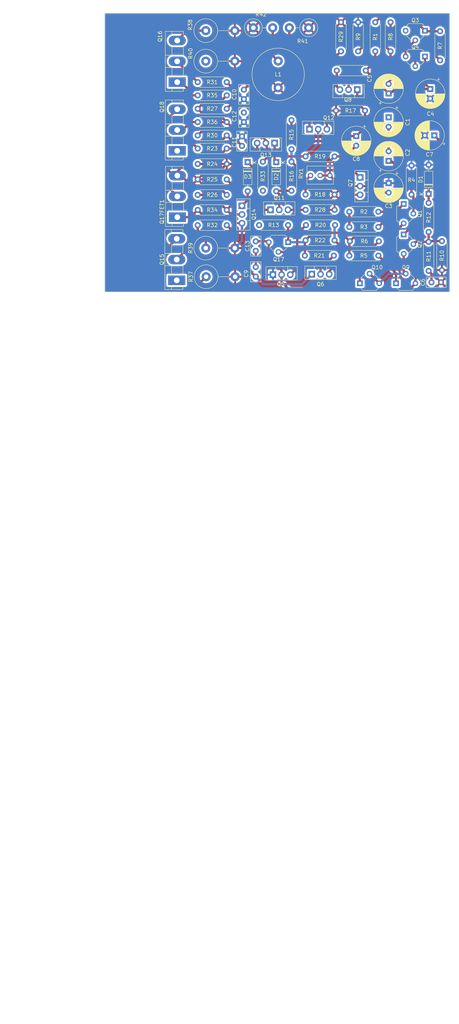
<source format=kicad_pcb>
(kicad_pcb (version 20240108) (generator "pcbnew") (generator_version "8.0")
  (layers (0 "F.Cu" signal) (31 "B.Cu" power) (34 "B.Paste" user) (35 "F.Paste" user) (36 "B.SilkS" user "B.Silkscreen") (37 "F.SilkS" user "F.Silkscreen") (38 "B.Mask" user) (39 "F.Mask" user) (44 "Edge.Cuts" user))
  (net 0 "")
  (net 1 "/INPUT")
  (net 2 "Net-(C1-Pad2)")
  (net 3 "Net-(Q1-B)")
  (net 4 "GND")
  (net 5 "/yellow")
  (net 6 "/blue")
  (net 7 "Net-(C5-Pad2)")
  (net 8 "/white")
  (net 9 "Net-(C6-Pad1)")
  (net 10 "Net-(D1-K)")
  (net 11 "Net-(Q6-C)")
  (net 12 "Net-(Q8-C)")
  (net 13 "Net-(C13-Pad2)")
  (net 14 "Net-(C10-Pad2)")
  (net 15 "Net-(Q1-C)")
  (net 16 "Net-(D2-A)")
  (net 17 "Net-(D2-K)")
  (net 18 "Net-(D3-K)")
  (net 19 "Net-(D3-A)")
  (net 20 "/OUT")
  (net 21 "Net-(Q5-E)")
  (net 22 "Net-(Q6-E)")
  (net 23 "Net-(Q7-C)")
  (net 24 "Net-(Q3-B)")
  (net 25 "Net-(Q8-E)")
  (net 26 "Net-(Q11-E)")
  (net 27 "Net-(Q11-C)")
  (net 28 "Net-(Q12-E)")
  (net 29 "Net-(Q12-C)")
  (net 30 "Net-(Q13-B)")
  (net 31 "Net-(Q14-B)")
  (net 32 "Net-(Q15-G)")
  (net 33 "Net-(Q15-S)")
  (net 34 "Net-(Q16-G)")
  (net 35 "Net-(Q16-S)")
  (net 36 "Net-(Q17FET1-D)")
  (net 37 "Net-(Q17FET1-G)")
  (net 38 "Net-(Q18-G)")
  (net 39 "Net-(Q18-D)")
  (net 40 "Net-(Q3-E)")
  (net 41 "Net-(Q1-E)")
  (net 42 "Net-(Q3-C)")
  (net 43 "Net-(Q9-E)")
  (net 44 "Net-(Q10-E)")
  (net 45 "Net-(Q4-B)")
  (net 46 "Net-(Q2-B)")
  (net 47 "Net-(R18-Pad2)")
  (net 48 "Net-(Q17-B)")
  (net 49 "Net-(Q10-B)")
  (net 50 "Net-(Q2-E)")
  (footprint "Resistor_THT:R_Axial_DIN0207_L6.3mm_D2.5mm_P7.62mm_Horizontal" (layer "F.Cu") (at 119.31 85 180)
    (property "Reference" "R17")
    (property "Value" "1K")
  )
  (footprint "Resistor_THT:R_Axial_DIN0207_L6.3mm_D2.5mm_P7.62mm_Horizontal" (layer "F.Cu") (at 115.19 115.5)
    (property "Reference" "R3")
    (property "Value" "100R")
  )
  (footprint "Package_TO_SOT_THT:TO-126-3_Vertical" (layer "F.Cu") (at 117.275 79.5 180)
    (property "Reference" "Q8")
    (property "Value" "2SB649")
  )
  (footprint "Resistor_THT:R_Axial_DIN0207_L6.3mm_D2.5mm_P7.62mm_Horizontal" (layer "F.Cu") (at 115.19 111.5)
    (property "Reference" "R2")
    (property "Value" "100R")
  )
  (footprint "Package_TO_SOT_THT:TO-92_Wide" (layer "F.Cu") (at 127.46 130.27)
    (property "Reference" "Q9")
    (property "Value" "2N5551")
  )
  (footprint "Package_TO_SOT_THT:TO-92_Wide" (layer "F.Cu") (at 129.46 109.46 -90)
    (property "Reference" "Q1")
    (property "Value" "2N5401")
  )
  (footprint "Package_TO_SOT_THT:TO-126-3_Vertical" (layer "F.Cu") (at 105.345 127.875)
    (property "Reference" "Q6")
    (property "Value" "2SD669")
  )
  (footprint "Resistor_THT:R_Axial_DIN0414_L11.9mm_D4.5mm_P5.08mm_Vertical" (layer "F.Cu") (at 89.985 63.28)
    (property "Reference" "R42")
    (property "Value" "10R")
  )
  (footprint "Resistor_THT:R_Axial_DIN0207_L6.3mm_D2.5mm_P7.62mm_Horizontal" (layer "F.Cu") (at 83 88 180)
    (property "Reference" "R36")
    (property "Value" "470R")
  )
  (footprint "Resistor_THT:R_Axial_DIN0207_L6.3mm_D2.5mm_P7.62mm_Horizontal" (layer "F.Cu") (at 75.38 91.5)
    (property "Reference" "R30")
    (property "Value" "100R")
  )
  (footprint "Package_TO_SOT_THT:TO-126-3_Vertical" (layer "F.Cu") (at 94.5 111)
    (property "Reference" "Q11")
    (property "Value" "2SD669")
  )
  (footprint "Capacitor_THT:CP_Radial_D7.5mm_P2.50mm" (layer "F.Cu") (at 136.427211 79.338606 -90)
    (property "Reference" "C4")
    (property "Value" "220u")
  )
  (footprint "Diode_THT:D_DO-35_SOD27_P7.62mm_Horizontal" (layer "F.Cu") (at 136 106.81 90)
    (property "Reference" "D1")
    (property "Value" "1N4148")
  )
  (footprint "Resistor_THT:R_Axial_DIN0207_L6.3mm_D2.5mm_P7.62mm_Horizontal" (layer "F.Cu") (at 100 98.38 -90)
    (property "Reference" "R16")
    (property "Value" "100R")
  )
  (footprint "Resistor_THT:R_Axial_DIN0207_L6.3mm_D2.5mm_P7.62mm_Horizontal" (layer "F.Cu") (at 111.31 97 180)
    (property "Reference" "R19")
    (property "Value" "100R")
  )
  (footprint "Capacitor_THT:C_Disc_D5.0mm_W2.5mm_P2.50mm" (layer "F.Cu") (at 87.5 88 90)
    (property "Reference" "C12")
    (property "Value" "0.1u")
  )
  (footprint "Resistor_THT:R_Axial_DIN0207_L6.3mm_D2.5mm_P7.62mm_Horizontal" (layer "F.Cu") (at 75.38 84.5)
    (property "Reference" "R27")
    (property "Value" "100R")
  )
  (footprint "Resistor_THT:R_Axial_DIN0207_L6.3mm_D2.5mm_P7.62mm_Horizontal" (layer "F.Cu") (at 126 61.83 -90)
    (property "Reference" "R8")
    (property "Value" "10K")
  )
  (footprint "Package_TO_SOT_THT:TO-126-3_Vertical" (layer "F.Cu") (at 87 109.94 -90)
    (property "Reference" "Q14")
    (property "Value" "2SB649")
  )
  (footprint "Resistor_THT:R_Axial_DIN0207_L6.3mm_D2.5mm_P7.62mm_Horizontal" (layer "F.Cu") (at 139.5 119.19 -90)
    (property "Reference" "R10")
    (property "Value" "10K")
  )
  (footprint "Inductor_THT:L_Radial_D13.5mm_P7.00mm_Fastron_09HCP" (layer "F.Cu") (at 96.5 79 90)
    (property "Reference" "L1")
    (property "Value" "1u")
  )
  (footprint "Resistor_THT:R_Axial_DIN0207_L6.3mm_D2.5mm_P7.62mm_Horizontal" (layer "F.Cu") (at 83 81 180)
    (property "Reference" "R35")
    (property "Value" "470R")
  )
  (footprint "Resistor_THT:R_Axial_DIN0207_L6.3mm_D2.5mm_P7.62mm_Horizontal" (layer "F.Cu") (at 83 115.03 180)
    (property "Reference" "R32")
    (property "Value" "470R")
  )
  (footprint "Capacitor_THT:C_Disc_D5.0mm_W2.5mm_P2.50mm" (layer "F.Cu") (at 90.62 126 -90)
    (property "Reference" "C9")
    (property "Value" "500p")
  )
  (footprint "Resistor_THT:R_Axial_DIN0207_L6.3mm_D2.5mm_P7.62mm_Horizontal" (layer "F.Cu") (at 119.5 74.5 180)
    (property "Reference" "R14" (hide yes))
    (property "Value" "100R")
  )
  (footprint "Resistor_THT:R_Axial_DIN0207_L6.3mm_D2.5mm_P7.62mm_Horizontal" (layer "F.Cu") (at 136 119.38 -90)
    (property "Reference" "R11")
    (property "Value" "330R")
  )
  (footprint "Potentiometer_THT:Potentiometer_Bourns_3266Y_Vertical" (layer "F.Cu") (at 105 102 180)
    (property "Reference" "RV1")
    (property "Value" "1K")
  )
  (footprint "Resistor_THT:R_Axial_DIN0207_L6.3mm_D2.5mm_P7.62mm_Horizontal" (layer "F.Cu") (at 131.5 107 90)
    (property "Reference" "R4")
    (property "Value" "10K")
  )
  (footprint "Resistor_THT:R_Axial_DIN0414_L11.9mm_D4.5mm_P5.08mm_Vertical" (layer "F.Cu") (at 104.515 63.28 180)
    (property "Reference" "R41")
    (property "Value" "10R")
  )
  (footprint "Capacitor_THT:CP_Radial_D7.5mm_P2.50mm" (layer "F.Cu") (at 117 91.677211 -90)
    (property "Reference" "C8")
    (property "Value" "47u")
  )
  (footprint "Resistor_THT:R_Axial_DIN0207_L6.3mm_D2.5mm_P7.62mm_Horizontal" (layer "F.Cu") (at 117.5 69.45 90)
    (property "Reference" "R9")
    (property "Value" "10K")
  )
  (footprint "Package_TO_SOT_THT:TO-3P-3_Vertical" (layer "F.Cu") (at 70 77.53 90)
    (property "Reference" "Q16")
    (property "Value" "2SJ162")
  )
  (footprint "Resistor_THT:R_Axial_DIN0207_L6.3mm_D2.5mm_P7.62mm_Horizontal" (layer "F.Cu") (at 99.12 115 180)
    (property "Reference" "R13")
    (property "Value" "1K")
  )
  (footprint "Package_TO_SOT_THT:TO-3P-3_Vertical" (layer "F.Cu") (at 70 95.53 90)
    (property "Reference" "Q18")
    (property "Value" "2SK1058")
  )
  (footprint "Capacitor_THT:CP_Radial_D7.5mm_P2.50mm" (layer "F.Cu") (at 137.5 91.5 180)
    (property "Reference" "C7")
    (property "Value" "220u")
  )
  (footprint "Resistor_THT:R_Axial_DIN0207_L6.3mm_D2.5mm_P7.62mm_Horizontal" (layer "F.Cu") (at 122 69.45 90)
    (property "Reference" "R1")
    (property "Value" "120R")
  )
  (footprint "Capacitor_THT:C_Disc_D5.0mm_W2.5mm_P2.50mm" (layer "F.Cu") (at 87 91.75 -90)
    (property "Reference" "C11")
    (property "Value" "0.1u")
  )
  (footprint "Resistor_THT:R_Axial_DIN0617_L17.0mm_D6.0mm_P7.62mm_Vertical" (layer "F.Cu") (at 77.5 121.03)
    (property "Reference" "R39")
    (property "Value" "0.22R")
  )
  (footprint "Diode_THT:D_DO-35_SOD27_P7.62mm_Horizontal" (layer "F.Cu") (at 96 98.5 -90)
    (property "Reference" "D2")
    (property "Value" "1N4148")
  )
  (footprint "Resistor_THT:R_Axial_DIN0207_L6.3mm_D2.5mm_P7.62mm_Horizontal" (layer "F.Cu") (at 75.38 98.98)
    (property "Reference" "R24")
    (property "Value" "150R")
  )
  (footprint "Resistor_THT:R_Axial_DIN0207_L6.3mm_D2.5mm_P7.62mm_Horizontal" (layer "F.Cu") (at 136 109.19 -90)
    (property "Reference" "R12")
    (property "Value" "330R")
  )
  (footprint "Capacitor_THT:C_Disc_D5.0mm_W2.5mm_P2.50mm" (layer "F.Cu") (at 136.75 130)
    (property "Reference" "C6")
    (property "Value" "15p")
  )
  (footprint "Capacitor_THT:CP_Radial_D7.5mm_P2.50mm" (layer "F.Cu") (at 125.5 104 -90)
    (property "Reference" "C3")
    (property "Value" "220u")
  )
  (footprint "Resistor_THT:R_Axial_DIN0207_L6.3mm_D2.5mm_P7.62mm_Horizontal" (layer "F.Cu") (at 139 64.19 -90)
    (property "Reference" "R7")
    (property "Value" "1K")
  )
  (footprint "Resistor_THT:R_Axial_DIN0207_L6.3mm_D2.5mm_P7.62mm_Horizontal" (layer "F.Cu") (at 111.31 107 180)
    (property "Reference" "R18")
    (property "Value" "220R")
  )
  (footprint "Capacitor_THT:CP_Radial_D7.5mm_P2.50mm" (layer "F.Cu") (at 125.5 86.750001 -90)
    (property "Reference" "C1")
    (property "Value" "22u")
  )
  (footprint "Resistor_THT:R_Axial_DIN0207_L6.3mm_D2.5mm_P7.62mm_Horizontal" (layer "F.Cu") (at 103.69 111)
    (property "Reference" "R28")
    (property "Value" "10R")
  )
  (footprint "Resistor_THT:R_Axial_DIN0207_L6.3mm_D2.5mm_P7.62mm_Horizontal" (layer "F.Cu") (at 113 61.83 -90)
    (property "Reference" "R29")
    (property "Value" "10R")
  )
  (footprint "Package_TO_SOT_THT:TO-92_Wide" (layer "F.Cu") (at 135.04 70.81 180)
    (property "Reference" "Q4")
    (property "Value" "2N5401")
  )
  (footprint "Diode_THT:D_DO-35_SOD27_P7.62mm_Horizontal" (layer "F.Cu") (at 88.5 98.5 -90)
    (property "Reference" "D3")
    (property "Value" "1N4148")
  )
  (footprint "Resistor_THT:R_Axial_DIN0617_L17.0mm_D6.0mm_P7.62mm_Vertical" (layer "F.Cu") (at 77.5 72.03)
    (property "Reference" "R40")
    (property "Value" "0.22R")
  )
  (footprint "Resistor_THT:R_Axial_DIN0207_L6.3mm_D2.5mm_P7.62mm_Horizontal" (layer "F.Cu") (at 75.38 111.03)
    (property "Reference" "R34")
    (property "Value" "270R")
  )
  (footprint "Package_TO_SOT_THT:TO-3P-3_Vertical" (layer "F.Cu") (at 70.04 112.93 90)
    (property "Reference" "Q17FET1")
    (property "Value" "2SK1058")
  )
  (footprint "Resistor_THT:R_Axial_DIN0617_L17.0mm_D6.0mm_P7.62mm_Vertical" (layer "F.Cu") (at 77.5 64.03)
    (property "Reference" "R38")
    (property "Value" "0.22R")
  )
  (footprint "Resistor_THT:R_Axial_DIN0207_L6.3mm_D2.5mm_P7.62mm_Horizontal" (layer "F.Cu") (at 75.38 103.03)
    (property "Reference" "R25")
    (property "Value" "150R")
  )
  (footprint "Package_TO_SOT_THT:TO-92_Wide" (layer "F.Cu") (at 135.04 64.04 180)
    (property "Reference" "Q3")
    (property "Value" "2N5401")
  )
  (footprint "Resistor_THT:R_Axial_DIN0207_L6.3mm_D2.5mm_P7.62mm_Horizontal" (layer "F.Cu") (at 83 77.53 180)
    (property "Reference" "R31")
    (property "Value" "470R")
  )
  (footprint "Package_TO_SOT_THT:TO-126-3_Vertical" (layer "F.Cu") (at 104.725 89.875)
    (property "Reference" "Q12")
    (property "Value" "2SB649")
  )
  (footprint "Resistor_THT:R_Axial_DIN0207_L6.3mm_D2.5mm_P7.62mm_Horizontal" (layer "F.Cu") (at 111.31 119 180)
    (property "Reference" "R22")
    (property "Value" "47R")
  )
  (footprint "Resistor_THT:R_Axial_DIN0207_L6.3mm_D2.5mm_P7.62mm_Horizontal" (layer "F.Cu") (at 122.94 119.25 180)
    (property "Reference" "R6")
    (property "Value" "33R")
  )
  (footprint "Resistor_THT:R_Axial_DIN0207_L6.3mm_D2.5mm_P7.62mm_Horizontal" (layer "F.Cu") (at 111.12 123 180)
    (property "Reference" "R21")
    (property "Value" "1K")
  )
  (footprint "Package_TO_SOT_THT:TO-3P-3_Vertical" (layer "F.Cu") (at 69.875 129.48 90)
    (property "Reference" "Q15")
    (property "Value" "2SJ162")
  )
  (footprint "Resistor_THT:R_Axial_DIN0207_L6.3mm_D2.5mm_P7.62mm_Horizontal" (layer "F.Cu") (at 122.81 123 180)
    (property "Reference" "R5")
    (property "Value" "33R")
  )
  (footprint "Capacitor_THT:C_Disc_D5.0mm_W2.5mm_P2.50mm" (layer "F.Cu") (at 87.5 82 90)
    (property "Reference" "C10")
    (property "Value" "0.1u")
  )
  (footprint "Package_TO_SOT_THT:TO-92_Wide" (layer "F.Cu") (at 99.12 119.5 180)
    (property "Reference" "Q17")
    (property "Value" "2N5551")
  )
  (footprint "Resistor_THT:R_Axial_DIN0207_L6.3mm_D2.5mm_P7.62mm_Horizontal" (layer "F.Cu") (at 75.38 107.08)
    (property "Reference" "R26")
    (property "Value" "15K")
  )
  (footprint "Capacitor_THT:CP_Radial_D7.5mm_P2.50mm" (layer "F.Cu") (at 125.5 80.5 90)
    (property "Reference" "C5")
    (property "Value" "47u")
  )
  (footprint "Package_TO_SOT_THT:TO-92_Wide" (layer "F.Cu") (at 129.46 117.46 -90)
    (property "Reference" "Q2")
    (property "Value" "2N5401")
  )
  (footprint "Package_TO_SOT_THT:TO-126-3_Vertical" (layer "F.Cu") (at 118 102.5 -90)
    (property "Reference" "Q7")
    (property "Value" "2SD669")
  )
  (footprint "Resistor_THT:R_Axial_DIN0207_L6.3mm_D2.5mm_P7.62mm_Horizontal" (layer "F.Cu") (at 103.81 115)
    (property "Reference" "R20")
    (property "Value" "1K")
  )
  (footprint "Package_TO_SOT_THT:TO-126-3_Vertical" (layer "F.Cu") (at 95.12 128)
    (property "Reference" "Q5")
    (property "Value" "2SD669")
  )
  (footprint "Resistor_THT:R_Axial_DIN0207_L6.3mm_D2.5mm_P7.62mm_Horizontal" (layer "F.Cu") (at 92.5 106 90)
    (property "Reference" "R33")
    (property "Value" "270R" (hide yes))
  )
  (footprint "Package_TO_SOT_THT:TO-126-3_Vertical" (layer "F.Cu") (at 95.56 93.5 180)
    (property "Reference" "Q13")
    (property "Value" "2SD669")
  )
  (footprint "Resistor_THT:R_Axial_DIN0617_L17.0mm_D6.0mm_P7.62mm_Vertical" (layer "F.Cu") (at 77.59 128.53)
    (property "Reference" "R37")
    (property "Value" "0.22R")
  )
  (footprint "Package_TO_SOT_THT:TO-92_Wide" (layer "F.Cu") (at 117.96 130.27)
    (property "Reference" "Q10")
    (property "Value" "2N5551")
  )
  (footprint "Capacitor_THT:C_Disc_D5.0mm_W2.5mm_P2.50mm" (layer "F.Cu") (at 90.62 119.25 -90)
    (property "Reference" "C13")
    (property "Value" "100p")
  )
  (footprint "Capacitor_THT:CP_Radial_D7.5mm_P2.50mm" (layer "F.Cu") (at 125.5 98.161395 90)
    (property "Reference" "C2")
    (property "Value" "22u")
  )
  (footprint "Resistor_THT:R_Axial_DIN0207_L6.3mm_D2.5mm_P7.62mm_Horizontal" (layer "F.Cu") (at 100 87.5 -90)
    (property "Reference" "R15")
    (property "Value" "15R")
  )
  (footprint "Resistor_THT:R_Axial_DIN0207_L6.3mm_D2.5mm_P7.62mm_Horizontal" (layer "F.Cu") (at 75.38 94.93)
    (property "Reference" "R23")
    (property "Value" "15K")
  )
  (gr_rect (start 51 59.5) (end 141.5 132.5) (stroke (width 0.1)) (fill none) (layer "Edge.Cuts"))
  (segment (start 125.5 95.661395) (end 125.5 89.250001) (width 0.6) (layer "F.Cu") (net 2))
  (segment (start 132 107.5) (end 131.5 107) (width 0.6) (layer "F.Cu") (net 3))
  (segment (start 126.161395 98.161395) (end 131.5 103.5) (width 0.6) (layer "F.Cu") (net 3))
  (segment (start 132 112) (end 132 107.5) (width 0.6) (layer "F.Cu") (net 3))
  (segment (start 125.5 98.161395) (end 126.161395 98.161395) (width 0.6) (layer "F.Cu") (net 3))
  (segment (start 131.5 103.5) (end 131.5 107) (width 0.6) (layer "F.Cu") (net 3))
  (segment (start 118.5 116.07) (end 118.5 112) (width 0.6) (layer "F.Cu") (net 5))
  (segment (start 80.92 105) (end 74 105) (width 0.6) (layer "F.Cu") (net 5))
  (segment (start 115.19 123) (end 115.19 119.38) (width 0.6) (layer "F.Cu") (net 5))
  (segment (start 74 97) (end 70.04 100.96) (width 0.6) (layer "F.Cu") (net 5))
  (segment (start 70.04 100.96) (end 70.04 102.03) (width 0.6) (layer "F.Cu") (net 5))
  (segment (start 103.5 119.19) (end 103.69 119) (width 0.6) (layer "F.Cu") (net 5))
  (segment (start 113.07 117) (end 105.69 117) (width 0.6) (layer "F.Cu") (net 5))
  (segment (start 124 106.5) (end 125.5 106.5) (width 0.6) (layer "F.Cu") (net 5))
  (segment (start 74 105) (end 71.03 102.03) (width 0.6) (layer "F.Cu") (net 5))
  (segment (start 99.12 119.5) (end 99.12 115) (width 0.6) (layer "F.Cu") (net 5))
  (segment (start 83 91.5) (end 77.5 97) (width 0.6) (layer "F.Cu") (net 5))
  (segment (start 77.5 97) (end 74 97) (width 0.6) (layer "F.Cu") (net 5))
  (segment (start 105.69 117) (end 103.69 119) (width 0.6) (layer "F.Cu") (net 5))
  (segment (start 115.32 119.25) (end 118.5 116.07) (width 0.6) (layer "F.Cu") (net 5))
  (segment (start 84.5 93) (end 85.75 93) (width 0.6) (layer "F.Cu") (net 5))
  (segment (start 118.5 112) (end 124 106.5) (width 0.6) (layer "F.Cu") (net 5))
  (segment (start 83 91.5) (end 84.5 93) (width 0.6) (layer "F.Cu") (net 5))
  (segment (start 115.19 119.38) (end 115.32 119.25) (width 0.6) (layer "F.Cu") (net 5))
  (segment (start 69.04 102.03) (end 66.8 99.79) (width 0.6) (layer "F.Cu") (net 5))
  (segment (start 66.8 87.83) (end 70 84.63) (width 0.6) (layer "F.Cu") (net 5))
  (segment (start 70.04 102.03) (end 69.04 102.03) (width 0.6) (layer "F.Cu") (net 5))
  (segment (start 83 107.08) (end 80.92 105) (width 0.6) (layer "F.Cu") (net 5))
  (segment (start 115.32 119.25) (end 113.07 117) (width 0.6) (layer "F.Cu") (net 5))
  (segment (start 103.5 123) (end 103.5 119.19) (width 0.6) (layer "F.Cu") (net 5))
  (segment (start 71.03 102.03) (end 70.04 102.03) (width 0.6) (layer "F.Cu") (net 5))
  (segment (start 85.75 93) (end 87 94.25) (width 0.6) (layer "F.Cu") (net 5))
  (segment (start 66.8 99.79) (end 66.8 87.83) (width 0.6) (layer "F.Cu") (net 5))
  (segment (start 99.12 119.5) (end 103.19 119.5) (width 0.6) (layer "B.Cu") (net 5))
  (segment (start 103.19 119.5) (end 103.69 119) (width 0.6) (layer "B.Cu") (net 5))
  (segment (start 73.5 91.011371) (end 74.511371 90) (width 0.6) (layer "F.Cu") (net 6))
  (segment (start 125.5 80.5) (end 126 80.5) (width 0.6) (layer "F.Cu") (net 6))
  (segment (start 73 79.5) (end 71.03 77.53) (width 0.6) (layer "F.Cu") (net 6))
  (segment (start 74.08 93.63) (end 74.08 93.58) (width 0.6) (layer "F.Cu") (net 6))
  (segment (start 74.511371 90) (end 75.5 90) (width 0.6) (layer "F.Cu") (net 6))
  (segment (start 71.03 77.53) (end 70 77.53) (width 0.6) (layer "F.Cu") (net 6))
  (segment (start 122 69.45) (end 122 72) (width 0.6) (layer "F.Cu") (net 6))
  (segment (start 119.5 74.5) (end 125.5 80.5) (width 0.6) (layer "F.Cu") (net 6))
  (segment (start 75.38 84.5) (end 77.5 82.38) (width 0.6) (layer "F.Cu") (net 6))
  (segment (start 135.04 77.951395) (end 136.427211 79.338606) (width 0.6) (layer "F.Cu") (net 6))
  (segment (start 122 72) (end 119.5 74.5) (width 0.6) (layer "F.Cu") (net 6))
  (segment (start 77.179999 88.320001) (end 77.179999 86.299999) (width 0.6) (layer "F.Cu") (net 6))
  (segment (start 77.5 82.38) (end 77.5 80.5) (width 0.6) (layer "F.Cu") (net 6))
  (segment (start 126 80.5) (end 127.161394 79.338606) (width 0.6) (layer "F.Cu") (net 6))
  (segment (start 135.04 70.81) (end 135.04 77.951395) (width 0.6) (layer "F.Cu") (net 6))
  (segment (start 75.38 84.5) (end 77.179999 86.299999) (width 0.6) (layer "F.Cu") (net 6))
  (segment (start 75.38 94.93) (end 74.08 93.63) (width 0.6) (layer "F.Cu") (net 6))
  (segment (start 74.08 93.58) (end 73.5 93) (width 0.6) (layer "F.Cu") (net 6))
  (segment (start 76.5 79.5) (end 73 79.5) (width 0.6) (layer "F.Cu") (net 6))
  (segment (start 77.5 80.5) (end 76.5 79.5) (width 0.6) (layer "F.Cu") (net 6))
  (segment (start 75.5 90) (end 77.179999 88.320001) (width 0.6) (layer "F.Cu") (net 6))
  (segment (start 73.5 93) (end 73.5 91.011371) (width 0.6) (layer "F.Cu") (net 6))
  (segment (start 127.161394 79.338606) (end 136.427211 79.338606) (width 0.6) (layer "F.Cu") (net 6))
  (segment (start 125.5 77.5) (end 126 77) (width 0.6) (layer "F.Cu") (net 7))
  (segment (start 125.5 78) (end 125.5 77.5) (width 0.6) (layer "F.Cu") (net 7))
  (segment (start 124 67.5) (end 119.45 67.5) (width 0.6) (layer "F.Cu") (net 7))
  (segment (start 126 69.45) (end 124.55 68) (width 0.6) (layer "F.Cu") (net 7))
  (segment (start 124.55 68) (end 124.5 68) (width 0.6) (layer "F.Cu") (net 7))
  (segment (start 124.5 68) (end 124 67.5) (width 0.6) (layer "F.Cu") (net 7))
  (segment (start 126 77) (end 126 69.45) (width 0.6) (layer "F.Cu") (net 7))
  (segment (start 119.45 67.5) (end 117.5 69.45) (width 0.6) (layer "F.Cu") (net 7))
  (segment (start 89 97) (end 91 95) (width 0.6) (layer "F.Cu") (net 8))
  (segment (start 86 97) (end 89 97) (width 0.6) (layer "F.Cu") (net 8))
  (segment (start 91 95) (end 91 93.5) (width 0.6) (layer "F.Cu") (net 8))
  (segment (start 75.38 103.03) (end 78.95 103.03) (width 0.6) (layer "F.Cu") (net 8))
  (segment (start 78.95 103.03) (end 83 98.98) (width 0.6) (layer "F.Cu") (net 8))
  (segment (start 83 98.98) (end 86 98.98) (width 0.6) (layer "F.Cu") (net 8))
  (segment (start 86 98.98) (end 86 97) (width 0.6) (layer "F.Cu") (net 8))
  (segment (start 87 119.15) (end 85.12 121.03) (width 0.6) (layer "B.Cu") (net 8))
  (segment (start 87 114.5) (end 87 119.15) (width 0.6) (layer "B.Cu") (net 8))
  (segment (start 136.75 127.75) (end 136 127) (width 0.6) (layer "F.Cu") (net 9))
  (segment (start 136.75 130) (end 136.75 127.75) (width 0.6) (layer "F.Cu") (net 9))
  (segment (start 138.5 102) (end 138.5 92.5) (width 0.6) (layer "F.Cu") (net 10))
  (segment (start 136 104.5) (end 138.5 102) (width 0.6) (layer "F.Cu") (net 10))
  (segment (start 136 106.81) (end 136 104.5) (width 0.6) (layer "F.Cu") (net 10))
  (segment (start 138.5 92.5) (end 137.5 91.5) (width 0.6) (layer "F.Cu") (net 10))
  (segment (start 136 109.19) (end 136 106.81) (width 0.6) (layer "F.Cu") (net 10))
  (segment (start 92.108478 117) (end 90 117) (width 0.6) (layer "F.Cu") (net 11))
  (segment (start 90 117) (end 89 118) (width 0.6) (layer "F.Cu") (net 11))
  (segment (start 113.5 111.5) (end 112 113) (width 0.6) (layer "F.Cu") (net 11))
  (segment (start 118 107.06) (end 115.14 107.06) (width 0.6) (layer "F.Cu") (net 11))
  (segment (start 114.94 107.06) (end 113.5 108.5) (width 0.6) (layer "F.Cu") (net 11))
  (segment (start 114.177211 97) (end 117 94.177211) (width 0.6) (layer "F.Cu") (net 11))
  (segment (start 89 126.94) (end 90.56 128.5) (width 0.6) (layer "F.Cu") (net 11))
  (segment (start 115.14 107.06) (end 110.08 102) (width 0.6) (layer "F.Cu") (net 11))
  (segment (start 118 107.06) (end 114.94 107.06) (width 0.6) (layer "F.Cu") (net 11))
  (segment (start 107.54 102) (end 110.08 102) (width 0.6) (layer "F.Cu") (net 11))
  (segment (start 96.108478 113) (end 92.108478 117) (width 0.6) (layer "F.Cu") (net 11))
  (segment (start 111.31 97) (end 114.177211 97) (width 0.6) (layer "F.Cu") (net 11))
  (segment (start 90.56 128.5) (end 90.62 128.5) (width 0.6) (layer "F.Cu") (net 11))
  (segment (start 113.5 108.5) (end 113.5 111.5) (width 0.6) (layer "F.Cu") (net 11))
  (segment (start 89 118) (end 89 126.94) (width 0.6) (layer "F.Cu") (net 11))
  (segment (start 105.125 127.875) (end 105.345 127.875) (width 0.6) (layer "F.Cu") (net 11))
  (segment (start 112 113) (end 96.108478 113) (width 0.6) (layer "F.Cu") (net 11))
  (segment (start 90.62 128.5) (end 92.62 130.5) (width 0.6) (layer "B.Cu") (net 11))
  (segment (start 92.62 130.5) (end 102.72 130.5) (width 0.6) (layer "B.Cu") (net 11))
  (segment (start 110.08 98.23) (end 111.31 97) (width 0.6) (layer "B.Cu") (net 11))
  (segment (start 102.72 130.5) (end 105.345 127.875) (width 0.6) (layer "B.Cu") (net 11))
  (segment (start 110.08 102) (end 110.08 98.23) (width 0.6) (layer "B.Cu") (net 11))
  (segment (start 100 90.5) (end 102.5 93) (width 0.6) (layer "F.Cu") (net 12))
  (segment (start 117.275 82.965) (end 119.31 85) (width 0.6) (layer "F.Cu") (net 12))
  (segment (start 117.275 79.5) (end 117.275 82.965) (width 0.6) (layer "F.Cu") (net 12))
  (segment (start 102.5 93) (end 110 93) (width 0.6) (layer "F.Cu") (net 12))
  (segment (start 110 93) (end 111.322789 91.677211) (width 0.6) (layer "F.Cu") (net 12))
  (segment (start 111.322789 91.677211) (end 117 91.677211) (width 0.6) (layer "F.Cu") (net 12))
  (segment (start 119.31 85) (end 119.31 89.367211) (width 0.6) (layer "F.Cu") (net 12))
  (segment (start 119.31 89.367211) (end 117 91.677211) (width 0.6) (layer "F.Cu") (net 12))
  (segment (start 100 87.5) (end 100 90.5) (width 0.6) (layer "F.Cu") (net 12))
  (segment (start 90.62 121.75) (end 90.62 126) (width 0.6) (layer "F.Cu") (net 13))
  (segment (start 99.435 74.565) (end 99.435 63.28) (width 0.6) (layer "F.Cu") (net 14))
  (segment (start 98.5 75.5) (end 99.435 74.565) (width 0.6) (layer "F.Cu") (net 14))
  (segment (start 91.5 75.5) (end 98.5 75.5) (width 0.6) (layer "F.Cu") (net 14))
  (segment (start 87.5 79.5) (end 91.5 75.5) (width 0.6) (layer "F.Cu") (net 14))
  (segment (start 127.5 116.5) (end 127.5 118.5) (width 0.6) (layer "F.Cu") (net 15))
  (segment (start 90.62 119.25) (end 93.79 119.25) (width 0.6) (layer "F.Cu") (net 15))
  (segment (start 93.79 119.25) (end 94.04 119.5) (width 0.6) (layer "F.Cu") (net 15))
  (segment (start 129.46 114.539999) (end 128.21 115.789999) (width 0.6) (layer "F.Cu") (net 15))
  (segment (start 97.4 128) (end 97.4 129.9) (width 0.6) (layer "F.Cu") (net 15))
  (segment (start 94.04 123.54) (end 94.04 119.5) (width 0.6) (layer "F.Cu") (net 15))
  (segment (start 132.54 123.54) (end 132.54 130.27) (width 0.6) (layer "F.Cu") (net 15))
  (segment (start 97.4 128) (end 97.4 126.9) (width 0.6) (layer "F.Cu") (net 15))
  (segment (start 127.5 118.5) (end 132.54 123.54) (width 0.6) (layer "F.Cu") (net 15))
  (segment (start 97.4 126.9) (end 94.04 123.54) (width 0.6) (layer "F.Cu") (net 15))
  (segment (start 97.4 129.9) (end 99.5 132) (width 0.6) (layer "F.Cu") (net 15))
  (segment (start 99.5 132) (end 130.81 132) (width 0.6) (layer "F.Cu") (net 15))
  (segment (start 128.21 115.789999) (end 128.21 115.79) (width 0.6) (layer "F.Cu") (net 15))
  (segment (start 128.21 115.79) (end 127.5 116.5) (width 0.6) (layer "F.Cu") (net 15))
  (segment (start 130.81 132) (end 132.54 130.27) (width 0.6) (layer "F.Cu") (net 15))
  (segment (start 96.12 106) (end 96 106.12) (width 0.6) (layer "F.Cu") (net 16))
  (segment (start 96.78 106.9) (end 96 106.12) (width 0.6) (layer "F.Cu") (net 16))
  (segment (start 100 106) (end 96.12 106) (width 0.6) (layer "F.Cu") (net 16))
  (segment (start 96.78 111) (end 96.78 106.9) (width 0.6) (layer "F.Cu") (net 16))
  (segment (start 95.56 98.06) (end 95.56 93.5) (width 0.6) (layer "F.Cu") (net 17))
  (segment (start 96 98.5) (end 95.56 98.06) (width 0.6) (layer "F.Cu") (net 17))
  (segment (start 98 100.5) (end 98 97.5) (width 0.6) (layer "F.Cu") (net 18))
  (segment (start 97 101.5) (end 98 100.5) (width 0.6) (layer "F.Cu") (net 18))
  (segment (start 98.5 97) (end 103.69 97) (width 0.6) (layer "F.Cu") (net 18))
  (segment (start 88.5 98.5) (end 91.5 101.5) (width 0.6) (layer "F.Cu") (net 18))
  (segment (start 91.5 101.5) (end 97 101.5) (width 0.6) (layer "F.Cu") (net 18))
  (segment (start 98 97.5) (end 98.5 97) (width 0.6) (layer "F.Cu") (net 18))
  (segment (start 107.005 93.685) (end 107.005 89.875) (width 0.6) (layer "B.Cu") (net 18))
  (segment (start 103.69 97) (end 107.005 93.685) (width 0.6) (layer "B.Cu") (net 18))
  (segment (start 88.5 108.44) (end 87 109.94) (width 0.6) (layer "F.Cu") (net 19))
  (segment (start 88.5 106.12) (end 88.5 108.44) (width 0.6) (layer "F.Cu") (net 19))
  (segment (start 95.065 63.28) (end 95.065 70.565) (width 0.6) (layer "F.Cu") (net 20))
  (segment (start 95.065 70.565) (end 96.5 72) (width 0.6) (layer "F.Cu") (net 20))
  (segment (start 102.68 125) (end 107.5 125) (width 0.6) (layer "F.Cu") (net 21))
  (segment (start 107.5 125) (end 109.12 125) (width 0.6) (layer "F.Cu") (net 21))
  (segment (start 107.625 127.875) (end 107.625 125.125) (width 0.6) (layer "F.Cu") (net 21))
  (segment (start 107.625 125.125) (end 107.5 125) (width 0.6) (layer "F.Cu") (net 21))
  (segment (start 109.12 125) (end 111.12 123) (width 0.6) (layer "F.Cu") (net 21))
  (segment (start 99.68 128) (end 102.68 125) (width 0.6) (layer "F.Cu") (net 21))
  (segment (start 109.905 127.875) (end 109.905 127.095) (width 0.6) (layer "F.Cu") (net 22))
  (segment (start 109.905 127.095) (end 113 124) (width 0.6) (layer "F.Cu") (net 22))
  (segment (start 111.31 115.12) (end 111.43 115) (width 0.6) (layer "F.Cu") (net 22))
  (segment (start 113 124) (end 113 120.69) (width 0.6) (layer "F.Cu") (net 22))
  (segment (start 113 120.69) (end 111.31 119) (width 0.6) (layer "F.Cu") (net 22))
  (segment (start 111.31 119) (end 111.31 115.12) (width 0.6) (layer "B.Cu") (net 22))
  (segment (start 100 98.38) (end 101.12 99.5) (width 0.6) (layer "F.Cu") (net 23))
  (segment (start 101.12 99.5) (end 115 99.5) (width 0.6) (layer "F.Cu") (net 23))
  (segment (start 115 99.5) (end 118 102.5) (width 0.6) (layer "F.Cu") (net 23))
  (segment (start 100 98.38) (end 100 95.12) (width 0.6) (layer "B.Cu") (net 23))
  (segment (start 114.995 79.5) (end 114.995 70.116522) (width 0.6) (layer "F.Cu") (net 24))
  (segment (start 129.96 69.12) (end 132.5 66.58) (width 0.6) (layer "F.Cu") (net 24))
  (segment (start 115 69) (end 118.84 65.16) (width 0.6) (layer "F.Cu") (net 24))
  (segment (start 129.96 70.81) (end 129.96 69.12) (width 0.6) (layer "F.Cu") (net 24))
  (segment (start 118.84 65.16) (end 126 65.16) (width 0.6) (layer "F.Cu") (net 24))
  (segment (start 126 65.16) (end 129.96 69.12) (width 0.6) (layer "F.Cu") (net 24))
  (segment (start 114.995 70.116522) (end 115 70.111522) (width 0.6) (layer "F.Cu") (net 24))
  (segment (start 115 70.111522) (end 115 69) (width 0.6) (layer "F.Cu") (net 24))
  (segment (start 126 61.83) (end 126 65.16) (width 0.6) (layer "F.Cu") (net 24))
  (segment (start 111.88 78.665) (end 112.715 79.5) (width 0.6) (layer "F.Cu") (net 25))
  (segment (start 111.88 74.5) (end 111.88 78.665) (width 0.6) (layer "F.Cu") (net 25))
  (segment (start 99.06 111) (end 103.69 111) (width 0.6) (layer "F.Cu") (net 26))
  (segment (start 84.5 83) (end 84.5 79.03) (width 0.6) (layer "F.Cu") (net 27))
  (segment (start 84.5 79.03) (end 83 77.53) (width 0.6) (layer "F.Cu") (net 27))
  (segment (start 83.825 115.855) (end 83.855 115.855) (width 0.6) (layer "F.Cu") (net 27))
  (segment (start 93 111) (end 94.5 111) (width 0.6) (layer "F.Cu") (net 27))
  (segment (start 83 84.5) (end 84.5 83) (width 0.6) (layer "F.Cu") (net 27))
  (segment (start 84.5 116.5) (end 87.5 116.5) (width 0.6) (layer "F.Cu") (net 27))
  (segment (start 87.5 116.5) (end 93 111) (width 0.6) (layer "F.Cu") (net 27))
  (segment (start 83 115.03) (end 83.825 115.855) (width 0.6) (layer "F.Cu") (net 27))
  (segment (start 83.855 115.855) (end 84.5 116.5) (width 0.6) (layer "F.Cu") (net 27))
  (segment (start 109.285 73.165) (end 113 69.45) (width 0.6) (layer "F.Cu") (net 28))
  (segment (start 109.285 89.875) (end 109.285 73.165) (width 0.6) (layer "F.Cu") (net 28))
  (segment (start 104.725 89.875) (end 104.725 88.225) (width 0.6) (layer "F.Cu") (net 29))
  (segment (start 81 86) (end 81 83) (width 0.6) (layer "F.Cu") (net 29))
  (segment (start 81 83) (end 83 81) (width 0.6) (layer "F.Cu") (net 29))
  (segment (start 88.919239 90) (end 85 90) (width 0.6) (layer "F.Cu") (net 29))
  (segment (start 104.725 88.225) (end 101.5 85) (width 0.6) (layer "F.Cu") (net 29))
  (segment (start 93.919239 85) (end 88.919239 90) (width 0.6) (layer "F.Cu") (net 29))
  (segment (start 78.88 88) (end 79.5 88) (width 0.6) (layer "F.Cu") (net 29))
  (segment (start 75.38 91.5) (end 78.88 88) (width 0.6) (layer "F.Cu") (net 29))
  (segment (start 79.5 88) (end 83 88) (width 0.6) (layer "F.Cu") (net 29))
  (segment (start 78.85 88) (end 79.5 88) (width 0.6) (layer "F.Cu") (net 29))
  (segment (start 85 90) (end 83 88) (width 0.6) (layer "F.Cu") (net 29))
  (segment (start 83 88) (end 81 86) (width 0.6) (layer "F.Cu") (net 29))
  (segment (start 101.5 85) (end 93.919239 85) (width 0.6) (layer "F.Cu") (net 29))
  (segment (start 83 88) (end 82.5 88) (width 0.6) (layer "B.Cu") (net 29))
  (segment (start 93.5 94.28) (end 93 93.78) (width 0.6) (layer "F.Cu") (net 30))
  (segment (start 92.5 98.38) (end 92.56 98.32) (width 0.6) (layer "F.Cu") (net 30))
  (segment (start 84.43 94.93) (end 85.5 96) (width 0.6) (layer "F.Cu") (net 30))
  (segment (start 93.28 93.5) (end 93.28 92.78) (width 0.6) (layer "F.Cu") (net 30))
  (segment (start 92.5 92) (end 89 92) (width 0.6) (layer "F.Cu") (net 30))
  (segment (start 92.5 98.38) (end 93.5 97.38) (width 0.6) (layer "F.Cu") (net 30))
  (segment (start 89 95) (end 89 92) (width 0.6) (layer "F.Cu") (net 30))
  (segment (start 93.28 92.78) (end 92.5 92) (width 0.6) (layer "F.Cu") (net 30))
  (segment (start 85.5 96) (end 88 96) (width 0.6) (layer "F.Cu") (net 30))
  (segment (start 75.38 98.98) (end 78.95 98.98) (width 0.6) (layer "F.Cu") (net 30))
  (segment (start 83 94.93) (end 84.43 94.93) (width 0.6) (layer "F.Cu") (net 30))
  (segment (start 93.5 97.38) (end 93.5 94.28) (width 0.6) (layer "F.Cu") (net 30))
  (segment (start 88 96) (end 89 95) (width 0.6) (layer "F.Cu") (net 30))
  (segment (start 78.95 98.98) (end 83 94.93) (width 0.6) (layer "F.Cu") (net 30))
  (segment (start 93 93.78) (end 93.28 93.5) (width 0.6) (layer "B.Cu") (net 30))
  (segment (start 79.05 107.08) (end 83 111.03) (width 0.6) (layer "F.Cu") (net 31))
  (segment (start 83 111.03) (end 85 109.03) (width 0.6) (layer "F.Cu") (net 31))
  (segment (start 85 109.03) (end 85 105.03) (width 0.6) (layer "F.Cu") (net 31))
  (segment (start 78.95 107.08) (end 75.38 107.08) (width 0.6) (layer "F.Cu") (net 31))
  (segment (start 75.38 107.08) (end 79.05 107.08) (width 0.6) (layer "F.Cu") (net 31))
  (segment (start 83 111.03) (end 84.19 112.22) (width 0.6) (layer "F.Cu") (net 31))
  (segment (start 85 105.03) (end 83 103.03) (width 0.6) (layer "F.Cu") (net 31))
  (segment (start 84.19 112.22) (end 87 112.22) (width 0.6) (layer "F.Cu") (net 31))
  (segment (start 75.38 115.03) (end 75.38 118.525) (width 0.6) (layer "F.Cu") (net 32))
  (segment (start 75.38 118.525) (end 69.875 124.03) (width 0.6) (layer "F.Cu") (net 32))
  (segment (start 69.875 118.58) (end 66 122.455) (width 0.6) (layer "F.Cu") (net 33))
  (segment (start 66 131) (end 67.2 132.2) (width 0.6) (layer "F.Cu") (net 33))
  (segment (start 73.92 132.2) (end 77.59 128.53) (width 0.6) (layer "F.Cu") (net 33))
  (segment (start 67.2 132.2) (end 73.92 132.2) (width 0.6) (layer "F.Cu") (net 33))
  (segment (start 66 122.455) (end 66 131) (width 0.6) (layer "F.Cu") (net 33))
  (segment (start 75.38 77.53) (end 70 72.15) (width 0.6) (layer "F.Cu") (net 34))
  (segment (start 70 72.15) (end 70 72.08) (width 0.6) (layer "F.Cu") (net 34))
  (segment (start 72.6 64.03) (end 70 66.63) (width 0.6) (layer "F.Cu") (net 35))
  (segment (start 77.5 64.03) (end 72.6 64.03) (width 0.6) (layer "F.Cu") (net 35))
  (segment (start 70.04 112.93) (end 73.48 112.93) (width 0.6) (layer "F.Cu") (net 36))
  (segment (start 77.5 121.03) (end 77.5 113.15) (width 0.6) (layer "F.Cu") (net 36))
  (segment (start 77.5 113.15) (end 75.38 111.03) (width 0.6) (layer "F.Cu") (net 36))
  (segment (start 73.48 112.93) (end 75.38 111.03) (width 0.6) (layer "F.Cu") (net 36))
  (segment (start 75.38 81) (end 68.5 81) (width 0.6) (layer "F.Cu") (net 37))
  (segment (start 65.5 84) (end 65.5 102.94) (width 0.6) (layer "F.Cu") (net 37))
  (segment (start 65.5 102.94) (end 70.04 107.48) (width 0.6) (layer "F.Cu") (net 37))
  (segment (start 68.5 81) (end 65.5 84) (width 0.6) (layer "F.Cu") (net 37))
  (segment (start 73.5 88) (end 75.38 88) (width 0.6) (layer "F.Cu") (net 38))
  (segment (start 70 90.08) (end 71.42 90.08) (width 0.6) (layer "F.Cu") (net 38))
  (segment (start 71.42 90.08) (end 73.5 88) (width 0.6) (layer "F.Cu") (net 38))
  (segment (start 131 60) (end 123.83 60) (width 0.6) (layer "F.Cu") (net 40))
  (segment (start 123.83 60) (end 122 61.83) (width 0.6) (layer "F.Cu") (net 40))
  (segment (start 139 64.19) (end 135.19 64.19) (width 0.6) (layer "F.Cu") (net 40))
  (segment (start 135.04 64.04) (end 131 60) (width 0.6) (layer "F.Cu") (net 40))
  (segment (start 135.19 64.19) (end 135.04 64.04) (width 0.6) (layer "F.Cu") (net 40))
  (segment (start 122.81 111.5) (end 127.42 111.5) (width 0.6) (layer "F.Cu") (net 41))
  (segment (start 127.42 111.5) (end 129.46 109.46) (width 0.6) (layer "F.Cu") (net 41))
  (segment (start 115.19 111.5) (end 115.19 115.5) (width 0.6) (layer "F.Cu") (net 42))
  (segment (start 127.46 127.65) (end 122.81 123) (width 0.6) (layer "F.Cu") (net 43))
  (segment (start 127.46 130.27) (end 127.46 127.65) (width 0.6) (layer "F.Cu") (net 43))
  (segment (start 117.96 124.23) (end 122.94 119.25) (width 0.6) (layer "F.Cu") (net 44))
  (segment (start 117.96 130.27) (end 117.96 124.23) (width 0.6) (layer "F.Cu") (net 44))
  (segment (start 133.5 68.5) (end 132.5 69.5) (width 0.6) (layer "F.Cu") (net 45))
  (segment (start 139 71.81) (end 135.69 68.5) (width 0.6) (layer "F.Cu") (net 45))
  (segment (start 135.69 68.5) (end 133.5 68.5) (width 0.6) (layer "F.Cu") (net 45))
  (segment (start 132.5 69.5) (end 132.5 73.35) (width 0.6) (layer "F.Cu") (net 45))
  (segment (start 136.19 119.19) (end 136 119.38) (width 0.6) (layer "F.Cu") (net 46))
  (segment (start 132 120) (end 132.62 119.38) (width 0.6) (layer "F.Cu") (net 46))
  (segment (start 132.62 119.38) (end 136 119.38) (width 0.6) (layer "F.Cu") (net 46))
  (segment (start 136 119.38) (end 136 116.81) (width 0.6) (layer "F.Cu") (net 46))
  (segment (start 139.5 119.19) (end 136.19 119.19) (width 0.6) (layer "F.Cu") (net 46))
  (segment (start 103.69 103.31) (end 105 102) (width 0.6) (layer "F.Cu") (net 47))
  (segment (start 103.69 107) (end 103.69 103.31) (width 0.6) (layer "F.Cu") (net 47))
  (segment (start 101.5 117.31) (end 103.81 115) (width 0.6) (layer "F.Cu") (net 48))
  (segment (start 101.5 120.5) (end 101.5 117.31) (width 0.6) (layer "F.Cu") (net 48))
  (segment (start 96.58 122.04) (end 99.96 122.04) (width 0.6) (layer "F.Cu") (net 48))
  (segment (start 99.96 122.04) (end 101.5 120.5) (width 0.6) (layer "F.Cu") (net 48))
  (segment (start 129.46 127.19) (end 130 127.73) (width 0.6) (layer "F.Cu") (net 49))
  (segment (start 123.04 130.27) (end 120.5 127.73) (width 0.6) (layer "F.Cu") (net 49))
  (segment (start 129.46 122.54) (end 129.46 127.19) (width 0.6) (layer "F.Cu") (net 49))
  (segment (start 125.54 127.77) (end 123.04 130.27) (width 0.6) (layer "B.Cu") (net 49))
  (segment (start 130 127.77) (end 125.54 127.77) (width 0.6) (layer "B.Cu") (net 49))
  (segment (start 125.31 113) (end 122.81 115.5) (width 0.6) (layer "F.Cu") (net 50))
  (segment (start 131 113.5) (end 130.5 113) (width 0.6) (layer "F.Cu") (net 50))
  (segment (start 130.5 113) (end 125.31 113) (width 0.6) (layer "F.Cu") (net 50))
  (segment (start 129.46 117.46) (end 131 115.92) (width 0.6) (layer "F.Cu") (net 50))
  (segment (start 131 115.92) (end 131 113.5) (width 0.6) (layer "F.Cu") (net 50))
  (zone (net 8) (net_name "/white") (layer "F.Cu") (priority 1) (connect_pads (clearance 0.5)) (min_thickness 0.25) (fill yes (thermal_gap 0.5) (thermal_bridge_width 0.5))
    (polygon (pts (xy 49.5 56) (xy 49.5 133.5) (xy 143.5 134) (xy 144 57) (xy 50 56)))
  )
  (zone (net 4) (net_name "GND") (layer "B.Cu") (connect_pads (clearance 0.5)) (min_thickness 0.25) (fill yes (thermal_gap 0.5) (thermal_bridge_width 0.5))
    (polygon (pts (xy 50 58.5) (xy 50 133.5) (xy 144 133.5) (xy 142.5 59)))
  )
)
</source>
